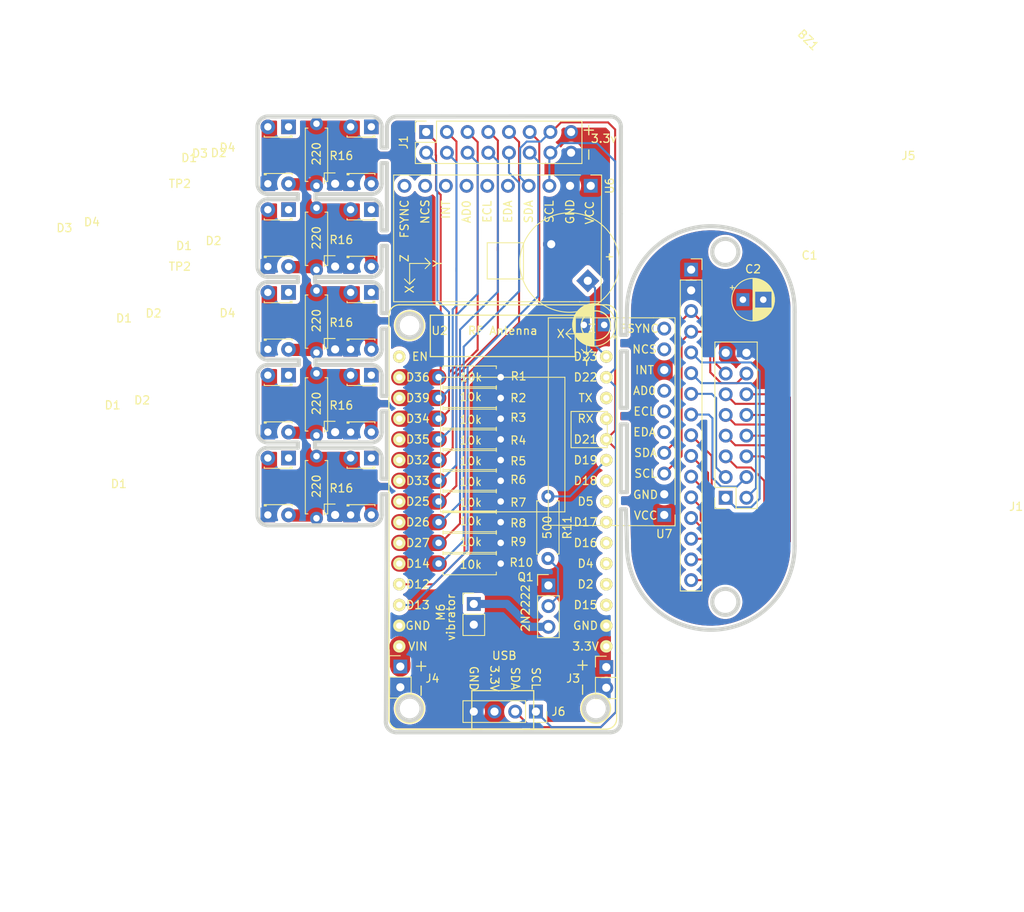
<source format=kicad_pcb>
(kicad_pcb (version 20211014) (generator pcbnew)
  (layers (0 "F.Cu" signal) (31 "B.Cu" signal) (34 "B.Paste" user) (35 "F.Paste" user) (36 "B.SilkS" user "B.Silkscreen") (37 "F.SilkS" user "F.Silkscreen") (38 "B.Mask" user) (39 "F.Mask" user) (44 "Edge.Cuts" user))
  (net 0 "")
  (net 1 "GND")
  (net 2 "+3V3")
  (net 3 "Net-(D21-Pad4)")
  (net 4 "Net-(U2-Pad1)")
  (net 5 "Net-(Q1-Pad2)")
  (net 6 "Net-(D1-Pad2)")
  (net 7 "Net-(BZ1-Pad1)")
  (net 8 "Net-(J1-Pad11)")
  (net 9 "Net-(R11-Pad1)")
  (net 10 "Net-(U2-Pad18)")
  (net 11 "Net-(U2-Pad19)")
  (net 12 "Net-(U2-Pad20)")
  (net 13 "Net-(U2-Pad21)")
  (net 14 "Net-(U2-Pad22)")
  (net 15 "Net-(U2-Pad23)")
  (net 16 "Net-(U2-Pad24)")
  (net 17 "Net-(U2-Pad27)")
  (net 18 "Net-(U2-Pad28)")
  (net 19 "vin")
  (net 20 "Net-(M6-Pad1)")
  (net 21 "Net-(U6-Pad22)")
  (net 22 "Net-(U6-Pad21)")
  (net 23 "Net-(U6-Pad12)")
  (net 24 "Net-(U6-Pad11)")
  (net 25 "Net-(U6-Pad9)")
  (net 26 "Net-(U6-Pad7)")
  (net 27 "SDA")
  (net 28 "SCL")
  (net 29 "s10")
  (net 30 "s9")
  (net 31 "s1")
  (net 32 "s2")
  (net 33 "s3")
  (net 34 "s4")
  (net 35 "s5")
  (net 36 "s6")
  (net 37 "s7")
  (net 38 "s8")
  (net 39 "Net-(U7-Pad21)")
  (net 40 "Net-(U7-Pad7)")
  (net 41 "Net-(U7-Pad9)")
  (net 42 "Net-(U7-Pad22)")
  (net 43 "Net-(U7-Pad11)")
  (footprint "Module:NodeMCU_ESP32" (layer "F.Cu") (at 154.686 127.889)
    (fp_text reference "U2")
    (fp_text value "NodeMCU_ESP_32")
  )
  (footprint "LED_THT:LED_D1.8mm_W3.3mm_H2.4mm" (layer "F.Cu") (at 137.287 98.425 180)
    (fp_text reference "D4")
    (fp_text value "Receptor")
  )
  (footprint "LED_THT:LED_D1.8mm_W3.3mm_H2.4mm" (layer "F.Cu") (at 127.127 98.425 180)
    (fp_text reference "D2")
    (fp_text value "Receptor")
  )
  (footprint "LED_THT:LED_D1.8mm_W3.3mm_H2.4mm" (layer "F.Cu") (at 137.287 88.265 180)
    (fp_text reference "D4")
    (fp_text value "Receptor")
  )
  (footprint "LED_THT:LED_D1.8mm_W3.3mm_H2.4mm" (layer "F.Cu") (at 127.127 88.265 180)
    (fp_text reference "D2")
    (fp_text value "Receptor")
  )
  (footprint "LED_THT:LED_D1.8mm_W3.3mm_H2.4mm" (layer "F.Cu") (at 124.587 105.41)
    (fp_text reference "D1")
    (fp_text value "Emisor")
  )
  (footprint "LED_THT:LED_D1.8mm_W3.3mm_H2.4mm" (layer "F.Cu") (at 134.747 105.41)
    (fp_text reference "D3" hide)
    (fp_text value "Emisor")
  )
  (footprint "Connector_PinHeader_2.54mm:PinHeader_1x01_P2.54mm_Vertical" (layer "F.Cu") (at 132.842 105.41)
    (fp_text reference "TP2" hide)
    (fp_text value " ")
  )
  (footprint "LED_THT:LED_D1.8mm_W3.3mm_H2.4mm" (layer "F.Cu") (at 134.747 95.25)
    (fp_text reference "D3")
    (fp_text value "Emisor")
  )
  (footprint "Connector_PinHeader_2.54mm:PinHeader_1x01_P2.54mm_Vertical" (layer "F.Cu") (at 132.842 95.25)
    (fp_text reference "TP2")
    (fp_text value " ")
  )
  (footprint "Connector_PinHeader_2.54mm:PinHeader_1x02_P2.54mm_Vertical" (layer "F.Cu") (at 166.116 144.399)
    (fp_text reference "J3")
    (fp_text value "Conn_01x02")
  )
  (footprint "Connector_PinHeader_2.54mm:PinHeader_1x02_P2.54mm_Vertical" (layer "F.Cu") (at 140.843 144.3355)
    (fp_text reference "J4")
    (fp_text value "Conn_01x02")
  )
  (footprint "Capacitor_THT:CP_Radial_D5.0mm_P2.50mm" (layer "F.Cu") (at 165.862 102.4128 180)
    (fp_text reference "C1")
    (fp_text value "CP")
  )
  (footprint "LED_THT:LED_D1.8mm_W3.3mm_H2.4mm" (layer "F.Cu") (at 124.587 85.09)
    (fp_text reference "D1")
    (fp_text value "Emisor")
  )
  (footprint "LED_THT:LED_D1.8mm_W3.3mm_H2.4mm" (layer "F.Cu") (at 124.587 95.25)
    (fp_text reference "D1")
    (fp_text value "Emisor")
  )
  (footprint "LED_THT:LED_D1.8mm_W3.3mm_H2.4mm" (layer "F.Cu") (at 134.747 85.09)
    (fp_text reference "D3")
    (fp_text value "Emisor")
  )
  (footprint "LED_THT:LED_D1.8mm_W3.3mm_H2.4mm" (layer "F.Cu") (at 137.287 78.105 180)
    (fp_text reference "D4")
    (fp_text value "Receptor")
  )
  (footprint "Connector_PinHeader_2.54mm:PinHeader_1x01_P2.54mm_Vertical" (layer "F.Cu") (at 132.842 85.09)
    (fp_text reference "TP2")
    (fp_text value " ")
  )
  (footprint "LED_THT:LED_D1.8mm_W3.3mm_H2.4mm" (layer "F.Cu") (at 127.127 78.105 180)
    (fp_text reference "D2")
    (fp_text value "Receptor")
  )
  (footprint "LED_THT:LED_D1.8mm_W3.3mm_H2.4mm" (layer "F.Cu") (at 127.127 108.585 180)
    (fp_text reference "D2")
    (fp_text value "Receptor")
  )
  (footprint "LED_THT:LED_D1.8mm_W3.3mm_H2.4mm" (layer "F.Cu") (at 124.587 115.57)
    (fp_text reference "D1")
    (fp_text value "Emisor")
  )
  (footprint "Connector_PinHeader_2.54mm:PinHeader_1x01_P2.54mm_Vertical" (layer "F.Cu") (at 132.842 115.57)
    (fp_text reference "TP2" hide)
    (fp_text value " ")
  )
  (footprint "LED_THT:LED_D1.8mm_W3.3mm_H2.4mm" (layer "F.Cu") (at 134.747 115.57)
    (fp_text reference "D3" hide)
    (fp_text value "Emisor")
  )
  (footprint "LED_THT:LED_D1.8mm_W3.3mm_H2.4mm" (layer "F.Cu") (at 137.287 108.585 180)
    (fp_text reference "D4" hide)
    (fp_text value "Receptor")
  )
  (footprint "LED_THT:LED_D1.8mm_W3.3mm_H2.4mm" (layer "F.Cu") (at 137.287 118.745 180)
    (fp_text reference "D4" hide)
    (fp_text value "Receptor")
  )
  (footprint "LED_THT:LED_D1.8mm_W3.3mm_H2.4mm" (layer "F.Cu") (at 127.127 118.745 180)
    (fp_text reference "D2" hide)
    (fp_text value "Receptor")
  )
  (footprint "LED_THT:LED_D1.8mm_W3.3mm_H2.4mm" (layer "F.Cu") (at 124.587 125.73)
    (fp_text reference "D1")
    (fp_text value "Emisor")
  )
  (footprint "LED_THT:LED_D1.8mm_W3.3mm_H2.4mm" (layer "F.Cu") (at 134.747 125.73)
    (fp_text reference "D3" hide)
    (fp_text value "Emisor")
  )
  (footprint "Connector_PinHeader_2.54mm:PinHeader_1x01_P2.54mm_Vertical" (layer "F.Cu") (at 132.842 125.73)
    (fp_text reference "TP2" hide)
    (fp_text value " ")
  )
  (footprint "Connector_PinSocket_2.54mm:PinSocket_2x08_P2.54mm_Vertical" (layer "F.Cu") (at 180.7718 123.6218 180)
    (fp_text reference "J1")
    (fp_text value "Conn_02x08_Odd_Even")
  )
  (footprint "Connector_PinSocket_2.54mm:PinSocket_2x08_P2.54mm_Vertical" (layer "F.Cu") (at 144.018 78.74 90)
    (fp_text reference "J1")
    (fp_text value "Conn_02x08_Odd_Even")
  )
  (footprint "Module:MPU-9250" (layer "F.Cu") (at 164.211 85.344 -90)
    (fp_text reference "U6")
    (fp_text value "MPU-9250")
  )
  (footprint "Resistor_THT:R_Axial_DIN0207_L6.3mm_D2.5mm_P7.62mm_Horizontal" (layer "F.Cu") (at 153.162 108.8263 180)
    (fp_text reference "R1")
    (fp_text value "10k")
  )
  (footprint "Resistor_THT:R_Axial_DIN0207_L6.3mm_D2.5mm_P7.62mm_Horizontal" (layer "F.Cu") (at 145.542 111.379)
    (fp_text reference "R2")
    (fp_text value "10k")
  )
  (footprint "Resistor_THT:R_Axial_DIN0207_L6.3mm_D2.5mm_P7.62mm_Horizontal" (layer "F.Cu") (at 145.542 116.459)
    (fp_text reference "R4")
    (fp_text value "10k")
  )
  (footprint "Resistor_THT:R_Axial_DIN0207_L6.3mm_D2.5mm_P7.62mm_Horizontal" (layer "F.Cu") (at 145.542 118.999)
    (fp_text reference "R5")
    (fp_text value "10k")
  )
  (footprint "Resistor_THT:R_Axial_DIN0207_L6.3mm_D2.5mm_P7.62mm_Horizontal" (layer "F.Cu") (at 145.542 121.539)
    (fp_text reference "R6")
    (fp_text value "10k")
  )
  (footprint "Resistor_THT:R_Axial_DIN0207_L6.3mm_D2.5mm_P7.62mm_Horizontal" (layer "F.Cu") (at 145.542 124.079)
    (fp_text reference "R7")
    (fp_text value "10k")
  )
  (footprint "Resistor_THT:R_Axial_DIN0207_L6.3mm_D2.5mm_P7.62mm_Horizontal" (layer "F.Cu") (at 145.542 129.159)
    (fp_text reference "R9")
    (fp_text value "10k")
  )
  (footprint "Resistor_THT:R_Axial_DIN0207_L6.3mm_D2.5mm_P7.62mm_Horizontal" (layer "F.Cu") (at 145.542 131.699)
    (fp_text reference "R10")
    (fp_text value "10k")
  )
  (footprint "Resistor_THT:R_Axial_DIN0207_L6.3mm_D2.5mm_P7.62mm_Horizontal" (layer "F.Cu") (at 158.9532 123.4567 -90)
    (fp_text reference "R11")
    (fp_text value "500")
  )
  (footprint "Resistor_THT:R_Axial_DIN0207_L6.3mm_D2.5mm_P7.62mm_Horizontal" (layer "F.Cu") (at 130.556 77.724 -90)
    (fp_text reference "R16")
    (fp_text value "220")
  )
  (footprint "Resistor_THT:R_Axial_DIN0207_L6.3mm_D2.5mm_P7.62mm_Horizontal" (layer "F.Cu") (at 130.556 118.516 -90)
    (fp_text reference "R16")
    (fp_text value "220")
  )
  (footprint "Buzzer_Beeper:Buzzer_12x9.5RM7.6" (layer "F.Cu") (at 164.298741 97.445941 135)
    (fp_text reference "BZ1")
    (fp_text value "Buzzer")
  )
  (footprint "Connector_PinSocket_2.54mm:PinSocket_1x16_P2.54mm_Vertical" (layer "F.Cu") (at 176.53 95.631)
    (fp_text reference "J5")
    (fp_text value "Conn_01x16_Male")
  )
  (footprint "Capacitor_THT:CP_Radial_D5.0mm_P2.50mm" (layer "F.Cu") (at 182.88 99.314)
    (fp_text reference "C2")
    (fp_text value "CP")
  )
  (footprint "Module:MPU-9250" (layer "F.Cu") (at 173.228 125.73 180)
    (fp_text reference "U7")
    (fp_text value "MPU-9250")
  )
  (footprint "Connector_PinSocket_2.54mm:PinSocket_1x04_P2.54mm_Vertical" (layer "F.Cu") (at 157.48 149.86 -90)
    (fp_text reference "J6")
    (fp_text value "Conn_01x04")
  )
  (footprint "Connector_PinHeader_2.54mm:PinHeader_1x02_P2.54mm_Vertical" (layer "F.Cu") (at 149.86 136.652)
    (fp_text reference "M6")
    (fp_text value "vibrator")
  )
  (footprint "Connector_PinHeader_2.54mm:PinHeader_1x03_P2.54mm_Vertical" (layer "F.Cu") (at 159.0167 134.3787)
    (fp_text reference "Q1")
    (fp_text value "2N2222")
  )
  (footprint "Resistor_THT:R_Axial_DIN0207_L6.3mm_D2.5mm_P7.62mm_Horizontal" (layer "F.Cu") (at 145.542 113.919)
    (fp_text reference "R3")
    (fp_text value "10k")
  )
  (footprint "Resistor_THT:R_Axial_DIN0207_L6.3mm_D2.5mm_P7.62mm_Horizontal" (layer "F.Cu") (at 145.542 126.619)
    (fp_text reference "R8")
    (fp_text value "10k")
  )
  (footprint "Resistor_THT:R_Axial_DIN0207_L6.3mm_D2.5mm_P7.62mm_Horizontal" (layer "F.Cu") (at 130.556 98.196 -90)
    (fp_text reference "R16")
    (fp_text value "220")
  )
  (footprint "Resistor_THT:R_Axial_DIN0207_L6.3mm_D2.5mm_P7.62mm_Horizontal" (layer "F.Cu") (at 130.556 108.356 -90)
    (fp_text reference "R16")
    (fp_text value "220")
  )
  (footprint "Resistor_THT:R_Axial_DIN0207_L6.3mm_D2.5mm_P7.62mm_Horizontal" (layer "F.Cu") (at 130.556 88.036 -90)
    (fp_text reference "R16")
    (fp_text value "220")
  )
  (gr_arc (start 139.192 78.105) (mid 139.563974 77.206974) (end 140.462 76.835) (layer "Edge.Cuts") (width 0.5))
  (gr_line (start 139.192 113.03) (end 139.192 121.285) (layer "Edge.Cuts") (width 0.5))
  (gr_line (start 138.557 102.87) (end 138.557 105.41) (layer "Edge.Cuts") (width 0.5))
  (gr_arc (start 137.287 97.155) (mid 138.185026 97.526974) (end 138.557 98.425) (layer "Edge.Cuts") (width 0.5))
  (gr_line (start 139.192 102.87) (end 138.557 102.87) (layer "Edge.Cuts") (width 0.5))
  (gr_line (start 138.557 100.965) (end 138.557 98.425) (layer "Edge.Cuts") (width 0.5))
  (gr_arc (start 123.317 98.425) (mid 123.688974 97.526974) (end 124.587 97.155) (layer "Edge.Cuts") (width 0.5))
  (gr_arc (start 138.557 105.41) (mid 138.185026 106.308026) (end 137.287 106.68) (layer "Edge.Cuts") (width 0.5))
  (gr_arc (start 124.587 106.68) (mid 123.688974 106.308026) (end 123.317 105.41) (layer "Edge.Cuts") (width 0.5))
  (gr_line (start 123.317 98.425) (end 123.317 105.41) (layer "Edge.Cuts") (width 0.5))
  (gr_line (start 139.192 100.965) (end 138.557 100.965) (layer "Edge.Cuts") (width 0.5))
  (gr_arc (start 124.587 96.52) (mid 123.688974 96.148026) (end 123.317 95.25) (layer "Edge.Cuts") (width 0.5))
  (gr_line (start 123.317 88.265) (end 123.317 95.25) (layer "Edge.Cuts") (width 0.5))
  (gr_arc (start 123.317 88.265) (mid 123.688974 87.366974) (end 124.587 86.995) (layer "Edge.Cuts") (width 0.5))
  (gr_line (start 139.192 90.805) (end 138.557 90.805) (layer "Edge.Cuts") (width 0.5))
  (gr_arc (start 138.557 95.25) (mid 138.185026 96.148026) (end 137.287 96.52) (layer "Edge.Cuts") (width 0.5))
  (gr_line (start 138.557 90.805) (end 138.557 88.265) (layer "Edge.Cuts") (width 0.5))
  (gr_line (start 138.557 92.71) (end 138.557 95.25) (layer "Edge.Cuts") (width 0.5))
  (gr_line (start 139.192 92.71) (end 138.557 92.71) (layer "Edge.Cuts") (width 0.5))
  (gr_arc (start 137.287 86.995) (mid 138.185026 87.366974) (end 138.557 88.265) (layer "Edge.Cuts") (width 0.5))
  (gr_arc (start 140.335 152.4) (mid 139.436974 152.028026) (end 139.065 151.13) (layer "Edge.Cuts") (width 0.5))
  (gr_arc (start 123.317 78.105) (mid 123.688974 77.206974) (end 124.587 76.835) (layer "Edge.Cuts") (width 0.5))
  (gr_line (start 123.317 78.105) (end 123.317 85.09) (layer "Edge.Cuts") (width 0.5))
  (gr_arc (start 124.587 86.36) (mid 123.688974 85.988026) (end 123.317 85.09) (layer "Edge.Cuts") (width 0.5))
  (gr_arc (start 138.557 85.09) (mid 138.185026 85.988026) (end 137.287 86.36) (layer "Edge.Cuts") (width 0.5))
  (gr_arc (start 137.287 76.835) (mid 138.185026 77.206974) (end 138.557 78.105) (layer "Edge.Cuts") (width 0.5))
  (gr_line (start 139.192 80.645) (end 138.557 80.645) (layer "Edge.Cuts") (width 0.5))
  (gr_line (start 138.557 80.645) (end 138.557 78.105) (layer "Edge.Cuts") (width 0.5))
  (gr_line (start 137.287 76.835) (end 124.587 76.835) (layer "Edge.Cuts") (width 0.5))
  (gr_line (start 138.557 82.55) (end 138.557 85.09) (layer "Edge.Cuts") (width 0.5))
  (gr_line (start 139.192 82.55) (end 138.557 82.55) (layer "Edge.Cuts") (width 0.5))
  (gr_arc (start 137.287 107.315) (mid 138.185026 107.686974) (end 138.557 108.585) (layer "Edge.Cuts") (width 0.5))
  (gr_line (start 139.192 113.03) (end 138.557 113.03) (layer "Edge.Cuts") (width 0.5))
  (gr_line (start 138.557 113.03) (end 138.557 115.57) (layer "Edge.Cuts") (width 0.5))
  (gr_line (start 138.557 111.125) (end 138.557 108.585) (layer "Edge.Cuts") (width 0.5))
  (gr_arc (start 138.557 115.57) (mid 138.185026 116.468026) (end 137.287 116.84) (layer "Edge.Cuts") (width 0.5))
  (gr_line (start 139.192 111.125) (end 138.557 111.125) (layer "Edge.Cuts") (width 0.5))
  (gr_arc (start 123.317 108.585) (mid 123.688974 107.686974) (end 124.587 107.315) (layer "Edge.Cuts") (width 0.5))
  (gr_line (start 123.317 108.585) (end 123.317 115.57) (layer "Edge.Cuts") (width 0.5))
  (gr_arc (start 124.587 116.84) (mid 123.688974 116.468026) (end 123.317 115.57) (layer "Edge.Cuts") (width 0.5))
  (gr_line (start 124.587 116.84) (end 128.27 116.84) (layer "Edge.Cuts") (width 0.5))
  (gr_line (start 139.192 121.285) (end 138.557 121.285) (layer "Edge.Cuts") (width 0.5))
  (gr_line (start 123.317 118.745) (end 123.317 125.73) (layer "Edge.Cuts") (width 0.5))
  (gr_arc (start 124.587 127) (mid 123.688974 126.628026) (end 123.317 125.73) (layer "Edge.Cuts") (width 0.5))
  (gr_line (start 124.587 127) (end 137.287 127) (layer "Edge.Cuts") (width 0.5))
  (gr_arc (start 138.557 125.73) (mid 138.185026 126.628026) (end 137.287 127) (layer "Edge.Cuts") (width 0.5))
  (gr_arc (start 123.317 118.745) (mid 123.688974 117.846974) (end 124.587 117.475) (layer "Edge.Cuts") (width 0.5))
  (gr_line (start 138.557 121.285) (end 138.557 118.745) (layer "Edge.Cuts") (width 0.5))
  (gr_line (start 128.27 117.475) (end 124.587 117.475) (layer "Edge.Cuts") (width 0.5))
  (gr_line (start 139.192 123.19) (end 138.557 123.19) (layer "Edge.Cuts") (width 0.5))
  (gr_arc (start 137.287 117.475) (mid 138.185026 117.846974) (end 138.557 118.745) (layer "Edge.Cuts") (width 0.5))
  (gr_line (start 138.557 123.19) (end 138.557 125.73) (layer "Edge.Cuts") (width 0.5))
  (gr_line (start 128.27 117.475) (end 128.27 116.84) (layer "Edge.Cuts") (width 0.5))
  (gr_line (start 130.3655 117.475) (end 130.3655 116.84) (layer "Edge.Cuts") (width 0.5))
  (gr_line (start 130.429 86.995) (end 130.429 86.36) (layer "Edge.Cuts") (width 0.5))
  (gr_line (start 137.16 86.995) (end 130.429 86.995) (layer "Edge.Cuts") (width 0.5))
  (gr_line (start 137.287 86.36) (end 130.429 86.36) (layer "Edge.Cuts") (width 0.5))
  (gr_line (start 128.27 86.995) (end 128.27 86.36) (layer "Edge.Cuts") (width 0.5))
  (gr_line (start 128.27 86.995) (end 124.587 86.995) (layer "Edge.Cuts") (width 0.5))
  (gr_line (start 124.587 86.36) (end 128.27 86.36) (layer "Edge.Cuts") (width 0.5))
  (gr_line (start 140.335 152.4) (end 166.624 152.4) (layer "Edge.Cuts") (width 0.5))
  (gr_line (start 139.192 123.19) (end 139.065 151.13) (layer "Edge.Cuts") (width 0.5))
  (gr_line (start 167.894 88.76284) (end 167.894 103.632) (layer "Edge.Cuts") (width 0.5))
  (gr_line (start 168.6052 103.632) (end 167.894 103.632) (layer "Edge.Cuts") (width 0.5))
  (gr_line (start 167.9067 125.0315) (end 167.9067 142.6972) (layer "Edge.Cuts") (width 0.5))
  (gr_line (start 168.656 105.664) (end 167.894 105.664) (layer "Edge.Cuts") (width 0.5))
  (gr_circle (center 141.986 102.489) (end 143.4465 102.489) (layer "Edge.Cuts") (width 0.5) (fill none))
  (gr_circle (center 180.721 93.45) (end 182.321 93.45) (layer "Edge.Cuts") (width 0.5) (fill none))
  (gr_line (start 168.6052 103.632) (end 168.656 100.457) (layer "Edge.Cuts") (width 0.5))
  (gr_circle (center 180.721 136.398) (end 182.321 136.398) (layer "Edge.Cuts") (width 0.5) (fill none))
  (gr_line (start 167.894 88.773) (end 167.9067 78.0923) (layer "Edge.Cuts") (width 0.5))
  (gr_arc (start 189.233135 129.540001) (mid 178.815989 139.829351) (end 168.656 129.285999) (layer "Edge.Cuts") (width 0.5))
  (gr_line (start 168.656 112.5855) (end 167.894 112.5855) (layer "Edge.Cuts") (width 0.5))
  (gr_line (start 168.656 114.6175) (end 168.656 122.936) (layer "Edge.Cuts") (width 0.5))
  (gr_line (start 167.894 122.936) (end 167.894 114.6175) (layer "Edge.Cuts") (width 0.5))
  (gr_line (start 128.27 97.155) (end 124.587 97.155) (layer "Edge.Cuts") (width 0.5))
  (gr_line (start 189.23 100.838) (end 189.233135 129.540001) (layer "Edge.Cuts") (width 0.5))
  (gr_line (start 139.192 82.55) (end 139.192 90.805) (layer "Edge.Cuts") (width 0.5))
  (gr_line (start 137.287 116.84) (end 130.3655 116.84) (layer "Edge.Cuts") (width 0.5))
  (gr_line (start 139.192 92.71) (end 139.192 100.965) (layer "Edge.Cuts") (width 0.5))
  (gr_line (start 137.287 107.315) (end 130.429 107.315) (layer "Edge.Cuts") (width 0.5))
  (gr_line (start 124.587 96.52) (end 128.27 96.52) (layer "Edge.Cuts") (width 0.5))
  (gr_line (start 137.16 97.155) (end 130.3655 97.155) (layer "Edge.Cuts") (width 0.5))
  (gr_line (start 130.3655 97.155) (end 130.3655 96.52) (layer "Edge.Cuts") (width 0.5))
  (gr_line (start 137.16 117.475) (end 130.3655 117.475) (layer "Edge.Cuts") (width 0.5))
  (gr_line (start 139.192 102.87) (end 139.192 111.125) (layer "Edge.Cuts") (width 0.5))
  (gr_line (start 167.9067 151.0792) (end 167.9067 142.6972) (layer "Edge.Cuts") (width 0.5))
  (gr_line (start 137.287 96.52) (end 130.3655 96.52) (layer "Edge.Cuts") (width 0.5))
  (gr_arc (start 168.652865 100.584) (mid 179.07001 90.294649) (end 189.23 100.838) (layer "Edge.Cuts") (width 0.5))
  (gr_line (start 128.397 107.315) (end 124.587 107.315) (layer "Edge.Cuts") (width 0.5))
  (gr_circle (center 164.846 149.479) (end 166.3065 149.479) (layer "Edge.Cuts") (width 0.5) (fill none))
  (gr_line (start 137.414 106.68) (end 130.429 106.68) (layer "Edge.Cuts") (width 0.5))
  (gr_line (start 168.656 105.664) (end 168.656 112.5855) (layer "Edge.Cuts") (width 0.5))
  (gr_line (start 124.587 106.68) (end 128.397 106.68) (layer "Edge.Cuts") (width 0.5))
  (gr_line (start 166.6494 76.8223) (end 140.462 76.835) (layer "Edge.Cuts") (width 0.5))
  (gr_line (start 139.192 78.105) (end 139.192 80.645) (layer "Edge.Cuts") (width 0.5))
  (gr_line (start 128.27 97.155) (end 128.27 96.52) (layer "Edge.Cuts") (width 0.5))
  (gr_line (start 130.429 107.315) (end 130.429 106.68) (layer "Edge.Cuts") (width 0.5))
  (gr_arc (start 167.894 151.13) (mid 167.522026 152.028026) (end 166.624 152.4) (layer "Edge.Cuts") (width 0.5))
  (gr_line (start 168.656 114.6175) (end 167.894 114.6175) (layer "Edge.Cuts") (width 0.5))
  (gr_line (start 168.529 125.0315) (end 168.656 129.285999) (layer "Edge.Cuts") (width 0.5))
  (gr_line (start 168.529 125.0315) (end 167.894 125.0315) (layer "Edge.Cuts") (width 0.5))
  (gr_circle (center 141.986 149.479) (end 143.4465 149.479) (layer "Edge.Cuts") (width 0.5) (fill none))
  (gr_line (start 168.656 122.936) (end 167.894 122.936) (layer "Edge.Cuts") (width 0.5))
  (gr_line (start 128.397 107.315) (end 128.397 106.68) (layer "Edge.Cuts") (width 0.5))
  (gr_line (start 167.9067 105.664) (end 167.894 112.5855) (layer "Edge.Cuts") (width 0.5))
  (gr_arc (start 166.6367 76.8223) (mid 167.534726 77.194274) (end 167.9067 78.0923) (layer "Edge.Cuts") (width 0.5))
  (gr_text "+ -\n" (at 163.322 145.669 270) (layer "F.SilkS") (effects (font (size 1.5 1.5))))
  (gr_text "+ -\n" (at 143.51 145.796 270) (layer "F.SilkS") (effects (font (size 1.5 1.5))))
  (gr_text "SCL" (at 157.48 145.796 270) (layer "F.SilkS") (effects (font (size 1 1))))
  (gr_text "3.3V" (at 152.4 145.796 270) (layer "F.SilkS") (effects (font (size 1 1))))
  (gr_text "3.3v\n" (at 165.8112 79.5528) (layer "F.SilkS") (effects (font (size 1 1))))
  (gr_text "+ -\n" (at 164.084 80.01 270) (layer "F.SilkS") (effects (font (size 1.5 1.5))))
  (gr_text "GND" (at 149.86 145.796 270) (layer "F.SilkS") (effects (font (size 1 1))))
  (gr_text "SDA" (at 154.94 145.796 270) (layer "F.SilkS") (effects (font (size 1 1))))
  (segment (start 183.3118 110.9218) (end 188.2648 110.9218) (width 0.25) (layer "F.Cu") (net 3))
  (segment (start 188.2648 110.9218) (end 188.65499 111.31199) (width 0.25) (layer "F.Cu") (net 3))
  (segment (start 183.896 133.731) (end 176.53 133.731) (width 0.25) (layer "F.Cu") (net 3))
  (segment (start 188.65499 111.31199) (end 188.65499 128.97201) (width 0.25) (layer "F.Cu") (net 3))
  (segment (start 188.65499 128.97201) (end 183.896 133.731) (width 0.25) (layer "F.Cu") (net 3))
  (segment (start 142.367 136.779) (end 149.098 130.048) (width 0.25) (layer "B.Cu") (net 3))
  (segment (start 157.766001 98.900999) (end 157.0355 99.6315) (width 0.25) (layer "B.Cu") (net 3))
  (segment (start 157.766001 82.328001) (end 157.766001 98.900999) (width 0.25) (layer "B.Cu") (net 3))
  (segment (start 157.7721 98.8949) (end 157.0355 99.6315) (width 0.25) (layer "B.Cu") (net 3))
  (segment (start 157.0355 99.6315) (end 149.098 107.569) (width 0.25) (layer "B.Cu") (net 3))
  (segment (start 149.098 130.048) (end 149.098 107.569) (width 0.25) (layer "B.Cu") (net 3))
  (segment (start 140.716 136.779) (end 142.367 136.779) (width 0.25) (layer "B.Cu") (net 3))
  (segment (start 156.718 81.28) (end 157.766001 82.328001) (width 0.25) (layer "B.Cu") (net 3))
  (segment (start 160.191701 132.315201) (end 158.9532 131.0767) (width 0.25) (layer "B.Cu") (net 5))
  (segment (start 159.0167 136.9187) (end 160.191701 135.743699) (width 0.25) (layer "B.Cu") (net 5))
  (segment (start 160.191701 135.743699) (end 160.191701 132.315201) (width 0.25) (layer "B.Cu") (net 5))
  (segment (start 136.709791 93.399999) (end 131.281999 93.399999) (width 1.5) (layer "F.Cu") (net 6))
  (segment (start 127.32399 95.31999) (end 130.556 95.31999) (width 1.5) (layer "F.Cu") (net 6))
  (segment (start 130.556 94.125998) (end 130.556 95.31999) (width 1.5) (layer "F.Cu") (net 6))
  (segment (start 131.281999 93.399999) (end 130.556 94.125998) (width 1.5) (layer "F.Cu") (net 6))
  (segment (start 137.287 95.25) (end 137.287 93.977208) (width 1.5) (layer "F.Cu") (net 6))
  (segment (start 137.287 93.977208) (end 136.709791 93.399999) (width 1.5) (layer "F.Cu") (net 6))
  (segment (start 127.32399 105.47999) (end 130.556 105.47999) (width 1.5) (layer "F.Cu") (net 6))
  (segment (start 136.709791 103.559999) (end 131.281999 103.559999) (width 1.5) (layer "F.Cu") (net 6))
  (segment (start 127.32399 85.15999) (end 130.556 85.15999) (width 1.5) (layer "F.Cu") (net 6))
  (segment (start 131.281999 103.559999) (end 130.556 104.285998) (width 1.5) (layer "F.Cu") (net 6))
  (segment (start 127.32399 115.63999) (end 130.556 115.63999) (width 1.5) (layer "F.Cu") (net 6))
  (segment (start 136.709791 83.239999) (end 131.281999 83.239999) (width 1.5) (layer "F.Cu") (net 6))
  (segment (start 130.556 104.285998) (end 130.556 105.47999) (width 1.5) (layer "F.Cu") (net 6))
  (segment (start 137.287 124.457208) (end 136.709791 123.879999) (width 1.5) (layer "F.Cu") (net 6))
  (segment (start 127.254 85.09) (end 127.32399 85.15999) (width 1.5) (layer "F.Cu") (net 6))
  (segment (start 136.709791 123.879999) (end 131.281999 123.879999) (width 1.5) (layer "F.Cu") (net 6))
  (segment (start 131.281999 83.239999) (end 130.556 83.965998) (width 1.5) (layer "F.Cu") (net 6))
  (segment (start 136.709791 113.719999) (end 131.281999 113.719999) (width 1.5) (layer "F.Cu") (net 6))
  (segment (start 127.127 85.09) (end 127.254 85.09) (width 1.5) (layer "F.Cu") (net 6))
  (segment (start 137.287 105.41) (end 137.287 104.137208) (width 1.5) (layer "F.Cu") (net 6))
  (segment (start 130.556 124.605998) (end 130.556 125.79999) (width 1.5) (layer "F.Cu") (net 6))
  (segment (start 137.287 114.297208) (end 136.709791 113.719999) (width 1.5) (layer "F.Cu") (net 6))
  (segment (start 137.287 115.57) (end 137.287 114.297208) (width 1.5) (layer "F.Cu") (net 6))
  (segment (start 131.281999 113.719999) (end 130.556 114.445998) (width 1.5) (layer "F.Cu") (net 6))
  (segment (start 130.556 114.445998) (end 130.556 115.63999) (width 1.5) (layer "F.Cu") (net 6))
  (segment (start 131.281999 123.879999) (end 130.556 124.605998) (width 1.5) (layer "F.Cu") (net 6))
  (segment (start 127.32399 125.79999) (end 130.556 125.79999) (width 1.5) (layer "F.Cu") (net 6))
  (segment (start 137.287 125.73) (end 137.287 124.457208) (width 1.5) (layer "F.Cu") (net 6))
  (segment (start 130.556 83.965998) (end 130.556 85.15999) (width 1.5) (layer "F.Cu") (net 6))
  (segment (start 137.287 104.137208) (end 136.709791 103.559999) (width 1.5) (layer "F.Cu") (net 6))
  (segment (start 137.287 85.09) (end 137.287 83.817208) (width 1.5) (layer "F.Cu") (net 6))
  (segment (start 137.287 83.817208) (end 136.709791 83.239999) (width 1.5) (layer "F.Cu") (net 6))
  (segment (start 164.487001 97.606573) (end 165.006587 97.086987) (width 0.25) (layer "F.Cu") (net 7))
  (segment (start 164.736999 104.919999) (end 164.736999 97.884199) (width 0.25) (layer "B.Cu") (net 7))
  (segment (start 164.736999 97.884199) (end 163.849728 96.996928) (width 0.25) (layer "B.Cu") (net 7))
  (segment (start 166.116 106.299) (end 164.736999 104.919999) (width 0.25) (layer "B.Cu") (net 7))
  (segment (start 157.893001 95.561401) (end 157.893001 79.915001) (width 0.25) (layer "F.Cu") (net 8))
  (segment (start 148.717 109.480998) (end 157.893001 100.304997) (width 0.25) (layer "F.Cu") (net 8))
  (segment (start 176.53 131.191) (end 185.79959 131.191) (width 0.25) (layer "F.Cu") (net 8))
  (segment (start 187.915801 112.096801) (end 181.946801 112.096801) (width 0.25) (layer "F.Cu") (net 8))
  (segment (start 140.716 134.239) (end 144.921002 134.239) (width 0.25) (layer "F.Cu") (net 8))
  (segment (start 157.893001 92.869001) (end 157.893001 95.561401) (width 0.25) (layer "F.Cu") (net 8))
  (segment (start 144.921002 134.239) (end 148.717 130.443002) (width 0.25) (layer "F.Cu") (net 8))
  (segment (start 188.20498 128.78561) (end 188.20498 112.38598) (width 0.25) (layer "F.Cu") (net 8))
  (segment (start 157.893001 79.915001) (end 156.718 78.74) (width 0.25) (layer "F.Cu") (net 8))
  (segment (start 181.946801 112.096801) (end 180.7718 110.9218) (width 0.25) (layer "F.Cu") (net 8))
  (segment (start 148.717 130.443002) (end 148.717 109.480998) (width 0.25) (layer "F.Cu") (net 8))
  (segment (start 185.79959 131.191) (end 188.20498 128.78561) (width 0.25) (layer "F.Cu") (net 8))
  (segment (start 157.893001 100.304997) (end 157.893001 95.561401) (width 0.25) (layer "F.Cu") (net 8))
  (segment (start 188.20498 112.38598) (end 187.915801 112.096801) (width 0.25) (layer "F.Cu") (net 8))
  (segment (start 161.6583 123.4567) (end 166.116 118.999) (width 0.25) (layer "B.Cu") (net 9))
  (segment (start 158.9532 123.4567) (end 161.6583 123.4567) (width 0.25) (layer "B.Cu") (net 9))
  (segment (start 140.843 141.986) (end 140.76501 141.90801) (width 2.5) (layer "F.Cu") (net 19))
  (segment (start 140.843 144.0815) (end 140.797274 144.035773) (width 2.5) (layer "F.Cu") (net 19))
  (segment (start 140.76501 141.90801) (end 140.76501 141.859) (width 2.5) (layer "F.Cu") (net 19))
  (segment (start 140.797274 144.035773) (end 140.807167 141.859414) (width 2.5) (layer "F.Cu") (net 19))
  (segment (start 140.843 144.3355) (end 140.843 144.0815) (width 2.5) (layer "F.Cu") (net 19))
  (segment (start 156.7307 139.4587) (end 153.924 136.652) (width 1) (layer "B.Cu") (net 20))
  (segment (start 149.86 136.652) (end 153.924 136.652) (width 1) (layer "B.Cu") (net 20))
  (segment (start 159.0167 139.4587) (end 156.7307 139.4587) (width 1) (layer "B.Cu") (net 20))
  (segment (start 166.116 116.459) (end 167.203001 115.371999) (width 0.25) (layer "F.Cu") (net 27))
  (segment (start 174.90499 102.33601) (end 176.53 100.711) (width 0.25) (layer "F.Cu") (net 27))
  (segment (start 166.337999 77.564999) (end 160.560001 77.564999) (width 0.25) (layer "F.Cu") (net 27))
  (segment (start 179.324 103.505) (end 176.53 100.711) (width 0.25) (layer "F.Cu") (net 27))
  (segment (start 166.116 116.459) (end 167.31899 117.66199) (width 0.25) (layer "F.Cu") (net 27))
  (segment (start 167.203001 115.371999) (end 167.203001 78.430001) (width 0.25) (layer "F.Cu") (net 27))
  (segment (start 180.7718 108.3818) (end 179.324 106.934) (width 0.25) (layer "F.Cu") (net 27))
  (segment (start 174.90499 116.43301) (end 174.90499 102.33601) (width 0.25) (layer "F.Cu") (net 27))
  (segment (start 179.324 106.934) (end 179.324 103.505) (width 0.25) (layer "F.Cu") (net 27))
  (segment (start 156.845 151.765) (end 154.94 149.86) (width 0.25) (layer "F.Cu") (net 27))
  (segment (start 167.31899 117.66199) (end 167.31899 149.895682) (width 0.25) (layer "F.Cu") (net 27))
  (segment (start 165.449672 151.765) (end 156.845 151.765) (width 0.25) (layer "F.Cu") (net 27))
  (segment (start 160.560001 77.564999) (end 159.385 78.74) (width 0.25) (layer "F.Cu") (net 27))
  (segment (start 173.228 118.11) (end 174.90499 116.43301) (width 0.25) (layer "F.Cu") (net 27))
  (segment (start 167.203001 78.430001) (end 166.337999 77.564999) (width 0.25) (layer "F.Cu") (net 27))
  (segment (start 167.31899 149.895682) (end 165.449672 151.765) (width 0.25) (layer "F.Cu") (net 27))
  (segment (start 155.542999 80.715999) (end 156.343997 79.915001) (width 0.25) (layer "B.Cu") (net 27))
  (segment (start 155.542999 84.295999) (end 155.542999 80.715999) (width 0.25) (layer "B.Cu") (net 27))
  (segment (start 156.591 85.344) (end 155.542999 84.295999) (width 0.25) (layer "B.Cu") (net 27))
  (segment (start 156.343997 79.915001) (end 158.082999 79.915001) (width 0.25) (layer "B.Cu") (net 27))
  (segment (start 158.082999 79.915001) (end 159.258 78.74) (width 0.25) (layer "B.Cu") (net 27))
  (segment (start 176.53 103.251) (end 175.354999 104.426001) (width 0.25) (layer "F.Cu") (net 28))
  (segment (start 178.87399 108.00799) (end 178.87399 104.07099) (width 0.25) (layer "F.Cu") (net 28))
  (segment (start 183.3118 108.3818) (end 182.136799 109.556801) (width 0.25) (layer "F.Cu") (net 28))
  (segment (start 180.207799 109.556801) (end 178.87399 108.222992) (width 0.25) (layer "F.Cu") (net 28))
  (segment (start 178.054 103.251) (end 176.53 103.251) (width 0.25) (layer "F.Cu") (net 28))
  (segment (start 175.354999 104.426001) (end 175.354999 118.523001) (width 0.25) (layer "F.Cu") (net 28))
  (segment (start 175.354999 118.523001) (end 173.228 120.65) (width 0.25) (layer "F.Cu") (net 28))
  (segment (start 182.136799 109.556801) (end 180.207799 109.556801) (width 0.25) (layer "F.Cu") (net 28))
  (segment (start 178.87399 104.07099) (end 178.054 103.251) (width 0.25) (layer "F.Cu") (net 28))
  (segment (start 178.87399 108.222992) (end 178.87399 108.00799) (width 0.25) (layer "F.Cu") (net 28))
  (segment (start 159.385 81.28) (end 160.560001 80.104999) (width 0.25) (layer "B.Cu") (net 28))
  (segment (start 159.385 151.765) (end 157.48 149.86) (width 0.25) (layer "B.Cu") (net 28))
  (segment (start 167.291001 149.923671) (end 165.449672 151.765) (width 0.25) (layer "B.Cu") (net 28))
  (segment (start 166.116 108.839) (end 167.203001 107.751999) (width 0.25) (layer "B.Cu") (net 28))
  (segment (start 167.291001 110.014001) (end 167.291001 149.923671) (width 0.25) (layer "B.Cu") (net 28))
  (segment (start 167.203001 82.338361) (end 164.969639 80.104999) (width 0.25) (layer "B.Cu") (net 28))
  (segment (start 159.131 85.344) (end 159.131 81.407) (width 0.25) (layer "B.Cu") (net 28))
  (segment (start 166.116 108.839) (end 167.291001 110.014001) (width 0.25) (layer "B.Cu") (net 28))
  (segment (start 167.203001 107.751999) (end 167.203001 82.338361) (width 0.25) (layer "B.Cu") (net 28))
  (segment (start 165.449672 151.765) (end 159.385 151.765) (width 0.25) (layer "B.Cu") (net 28))
  (segment (start 160.560001 80.104999) (end 164.969639 80.104999) (width 0.25) (layer "B.Cu") (net 28))
  (segment (start 159.131 81.407) (end 159.258 81.28) (width 0.25) (layer "B.Cu") (net 28))
  (segment (start 186.563 128.651) (end 187.75497 127.45903) (width 0.25) (layer "F.Cu") (net 29))
  (segment (start 176.53 128.651) (end 186.563 128.651) (width 0.25) (layer "F.Cu") (net 29))
  (segment (start 187.75497 113.792) (end 187.42477 113.4618) (width 0.25) (layer "F.Cu") (net 29))
  (segment (start 187.42477 113.4618) (end 183.3118 113.4618) (width 0.25) (layer "F.Cu") (net 29))
  (segment (start 187.75497 127.45903) (end 187.75497 113.792) (width 0.25) (layer "F.Cu") (net 29))
  (segment (start 140.716 131.699) (end 145.542 131.699) (width 2) (layer "F.Cu") (net 29))
  (segment (start 154.178 83.731998) (end 155.415999 84.969997) (width 0.25) (layer "B.Cu") (net 29))
  (segment (start 154.539501 99.167501) (end 148.621041 105.085961) (width 0.25) (layer "B.Cu") (net 29))
  (segment (start 148.621041 128.873959) (end 145.796 131.699) (width 0.25) (layer "B.Cu") (net 29))
  (segment (start 154.178 81.28) (end 154.178 83.731998) (width 0.25) (layer "B.Cu") (net 29))
  (segment (start 155.047501 98.659501) (end 154.539501 99.167501) (width 0.25) (layer "B.Cu") (net 29))
  (segment (start 148.621041 105.085961) (end 148.621041 128.873959) (width 0.25) (layer "B.Cu") (net 29))
  (segment (start 155.353001 98.354001) (end 155.047501 98.659501) (width 0.25) (layer "B.Cu") (net 29))
  (segment (start 155.415999 84.969997) (end 155.415999 98.291003) (width 0.25) (layer "B.Cu") (net 29))
  (segment (start 155.415999 98.291003) (end 155.047501 98.659501) (width 0.25) (layer "B.Cu") (net 29))
  (segment (start 187.30496 127.27263) (end 186.3766 128.20099) (width 0.25) (layer "F.Cu") (net 30))
  (segment (start 148.171031 126.783969) (end 148.171031 109.372531) (width 0.25) (layer "F.Cu") (net 30))
  (segment (start 178.74699 128.20099) (end 176.657 126.111) (width 0.25) (layer "F.Cu") (net 30))
  (segment (start 180.7718 113.4618) (end 181.946801 114.636801) (width 0.25) (layer "F.Cu") (net 30))
  (segment (start 148.171031 109.372531) (end 148.189057 109.372531) (width 0.25) (layer "F.Cu") (net 30))
  (segment (start 145.542 129.159) (end 140.716 129.159) (width 2) (layer "F.Cu") (net 30))
  (segment (start 186.899801 114.636801) (end 187.30496 115.04196) (width 0.25) (layer "F.Cu") (net 30))
  (segment (start 145.796 129.159) (end 148.171031 126.783969) (width 0.25) (layer "F.Cu") (net 30))
  (segment (start 186.3766 128.20099) (end 178.74699 128.20099) (width 0.25) (layer "F.Cu") (net 30))
  (segment (start 155.415999 79.977999) (end 154.178 78.74) (width 0.25) (layer "F.Cu") (net 30))
  (segment (start 187.30496 115.04196) (end 187.30496 127.27263) (width 0.25) (layer "F.Cu") (net 30))
  (segment (start 181.946801 114.636801) (end 186.899801 114.636801) (width 0.25) (layer "F.Cu") (net 30))
  (segment (start 176.657 126.111) (end 176.53 126.111) (width 0.25) (layer "F.Cu") (net 30))
  (segment (start 155.415999 102.145589) (end 155.415999 79.977999) (width 0.25) (layer "F.Cu") (net 30))
  (segment (start 148.189057 109.372531) (end 155.415999 102.145589) (width 0.25) (layer "F.Cu") (net 30))
  (segment (start 145.2245 85.876502) (end 145.2245 81.5975) (width 0.25) (layer "F.Cu") (net 31))
  (segment (start 145.2245 81.5975) (end 145.193001 81.566001) (width 0.25) (layer "F.Cu") (net 31))
  (segment (start 145.796 108.839) (end 145.796 86.448002) (width 0.25) (layer "F.Cu") (net 31))
  (segment (start 145.796 86.448002) (end 145.2245 85.876502) (width 0.25) (layer "F.Cu") (net 31))
  (segment (start 140.716 108.839) (end 145.495991 108.839) (width 2) (layer "F.Cu") (net 31))
  (segment (start 145.193001 81.566001) (end 145.193001 79.915001) (width 0.25) (layer "F.Cu") (net 31))
  (segment (start 145.193001 79.915001) (end 144.018 78.74) (width 0.25) (layer "F.Cu") (net 31))
  (segment (start 183.875801 107.016801) (end 177.755801 107.016801) (width 0.25) (layer "B.Cu") (net 31))
  (segment (start 184.936811 108.077811) (end 183.875801 107.016801) (width 0.25) (layer "B.Cu") (net 31))
  (segment (start 180.7718 123.6218) (end 181.946801 124.796801) (width 0.25) (layer "B.Cu") (net 31))
  (segment (start 181.946801 124.796801) (end 183.875801 124.796801) (width 0.25) (layer "B.Cu") (net 31))
  (segment (start 177.755801 107.016801) (end 176.53 105.791) (width 0.25) (layer "B.Cu") (net 31))
  (segment (start 183.875801 124.796801) (end 184.936811 123.735791) (width 0.25) (layer "B.Cu") (net 31))
  (segment (start 184.936811 123.735791) (end 184.936811 108.077811) (width 0.25) (layer "B.Cu") (net 31))
  (segment (start 140.716 111.379) (end 145.495991 111.379) (width 2) (layer "F.Cu") (net 32))
  (segment (start 176.53 109.055412) (end 176.53 108.331) (width 0.25) (layer "F.Cu") (net 32))
  (segment (start 184.486801 122.446799) (end 184.486801 110.167801) (width 0.25) (layer "B.Cu") (net 32))
  (segment (start 183.3118 123.6218) (end 184.486801 122.446799) (width 0.25) (layer "B.Cu") (net 32))
  (segment (start 145.382999 86.035001) (end 145.255999 85.908001) (width 0.25) (layer "B.Cu") (net 32))
  (segment (start 183.875801 109.556801) (end 177.755801 109.556801) (width 0.25) (layer "B.Cu") (net 32))
  (segment (start 145.255999 82.517999) (end 144.018 81.28) (width 0.25) (layer "B.Cu") (net 32))
  (segment (start 146.821001 110.353999) (end 146.821001 100.847001) (width 0.25) (layer "B.Cu") (net 32))
  (segment (start 145.255999 85.908001) (end 145.255999 82.517999) (width 0.25) (layer "B.Cu") (net 32))
  (segment (start 145.382999 99.408999) (end 145.382999 86.035001) (width 0.25) (layer "B.Cu") (net 32))
  (segment (start 184.486801 110.167801) (end 183.875801 109.556801) (width 0.25) (layer "B.Cu") (net 32))
  (segment (start 145.796 111.379) (end 146.821001 110.353999) (width 0.25) (layer "B.Cu") (net 32))
  (segment (start 177.755801 109.556801) (end 176.53 108.331) (width 0.25) (layer "B.Cu") (net 32))
  (segment (start 146.821001 100.847001) (end 145.382999 99.408999) (width 0.25) (layer "B.Cu") (net 32))
  (segment (start 146.821001 108.259001) (end 147.733001 107.347001) (width 0.25) (layer "F.Cu") (net 33))
  (segment (start 145.542 113.919) (end 140.716 113.919) (width 2) (layer "F.Cu") (net 33))
  (segment (start 147.733001 107.347001) (end 147.733001 82.835499) (width 0.25) (layer "F.Cu") (net 33))
  (segment (start 147.733001 82.835499) (end 147.733001 82.035399) (width 0.25) (layer "F.Cu") (net 33))
  (segment (start 146.558 78.74) (end 147.733001 79.915001) (width 0.25) (layer "F.Cu") (net 33))
  (segment (start 147.733001 79.915001) (end 147.733001 82.835499) (width 0.25) (layer "F.Cu") (net 33))
  (segment (start 146.821001 112.893999) (end 146.821001 108.259001) (width 0.25) (layer "F.Cu") (net 33))
  (segment (start 145.796 113.919) (end 146.821001 112.893999) (width 0.25) (layer "F.Cu") (net 33))
  (segment (start 179.596799 111.397799) (end 179.07 110.871) (width 0.25) (layer "B.Cu") (net 33))
  (segment (start 179.07 110.871) (end 176.53 110.871) (width 0.25) (layer "B.Cu") (net 33))
  (segment (start 180.7718 121.0818) (end 179.596799 119.906799) (width 0.25) (layer "B.Cu") (net 33))
  (segment (start 179.596799 119.906799) (end 179.596799 111.397799) (width 0.25) (layer "B.Cu") (net 33))
  (segment (start 145.542 116.459) (end 140.716 116.459) (width 2) (layer "F.Cu") (net 34))
  (segment (start 145.923 81.407) (end 146.05 81.28) (width 0.25) (layer "F.Cu") (net 34))
  (segment (start 147.733001 95.409001) (end 147.733001 95.852999) (width 0.25) (layer "B.Cu") (net 34))
  (segment (start 147.733001 100.043999) (end 147.271011 100.505989) (width 0.25) (layer "B.Cu") (net 34))
  (segment (start 183.3118 121.0818) (end 182.136799 122.256801) (width 0.25) (layer "B.Cu") (net 34))
  (segment (start 179.146789 113.868789) (end 178.689 113.411) (width 0.25) (layer "B.Cu") (net 34))
  (segment (start 182.136799 122.256801) (end 180.207799 122.256801) (width 0.25) (layer "B.Cu") (net 34))
  (segment (start 145.796 116.459) (end 147.271011 114.983989) (width 0.25) (layer "B.Cu") (net 34))
  (segment (start 179.146789 121.195791) (end 179.146789 113.868789) (width 0.25) (layer "B.Cu") (net 34))
  (segment (start 178.689 113.411) (end 176.53 113.411) (width 0.25) (layer "B.Cu") (net 34))
  (segment (start 147.733001 95.852999) (end 147.733001 82.455001) (width 0.25) (layer "B.Cu") (net 34))
  (segment (start 147.271011 114.983989) (end 147.271011 100.505989) (width 0.25) (layer "B.Cu") (net 34))
  (segment (start 180.207799 122.256801) (end 179.146789 121.195791) (width 0.25) (layer "B.Cu") (net 34))
  (segment (start 147.733001 82.455001) (end 146.558 81.28) (width 0.25) (layer "B.Cu") (net 34))
  (segment (start 147.733001 95.852999) (end 147.733001 100.043999) (width 0.25) (layer "B.Cu") (net 34))
  (segment (start 179.74095 126.40095) (end 185.29989 126.40095) (width 0.25) (layer "F.Cu") (net 35))
  (segment (start 183.875801 119.906799) (end 182.136799 119.906799) (width 0.25) (layer "F.Cu") (net 35))
  (segment (start 179.055031 118.476031) (end 179.055031 125.715031) (width 0.25) (layer "F.Cu") (net 35))
  (segment (start 182.136799 119.906799) (end 180.7718 118.5418) (width 0.25) (layer "F.Cu") (net 35))
  (segment (start 185.50492 126.19592) (end 185.50492 121.535918) (width 0.25) (layer "F.Cu") (net 35))
  (segment (start 145.796 118.999) (end 147.271011 117.523989) (width 0.25) (layer "F.Cu") (net 35))
  (segment (start 150.335999 105.468411) (end 150.127205 105.677205) (width 0.25) (layer "F.Cu") (net 35))
  (segment (start 179.055031 125.715031) (end 179.74095 126.40095) (width 0.25) (layer "F.Cu") (net 35))
  (segment (start 147.271011 117.523989) (end 147.271011 108.533399) (width 0.25) (layer "F.Cu") (net 35))
  (segment (start 185.29989 126.40095) (end 185.50492 126.19592) (width 0.25) (layer "F.Cu") (net 35))
  (segment (start 147.271011 108.533399) (end 150.127205 105.677205) (width 0.25) (layer "F.Cu") (net 35))
  (segment (start 176.53 115.951) (end 179.055031 118.476031) (width 0.25) (layer "F.Cu") (net 35))
  (segment (start 150.127205 105.677205) (end 150.273001 105.531409) (width 0.25) (layer "F.Cu") (net 35))
  (segment (start 150.335999 79.977999) (end 150.335999 105.468411) (width 0.25) (layer "F.Cu") (net 35))
  (segment (start 185.50492 121.535918) (end 183.875801 119.906799) (width 0.25) (layer "F.Cu") (net 35))
  (segment (start 145.542 118.999) (end 140.716 118.999) (width 2) (layer "F.Cu") (net 35))
  (segment (start 149.098 78.74) (end 150.335999 79.977999) (width 0.25) (layer "F.Cu") (net 35))
  (segment (start 178.605021 126.024201) (end 179.43178 126.85096) (width 0.25) (layer "F.Cu") (net 36))
  (segment (start 178.605021 120.566021) (end 178.605021 126.024201) (width 0.25) (layer "F.Cu") (net 36))
  (segment (start 185.95493 126.71343) (end 185.95493 119.126) (width 0.25) (layer "F.Cu") (net 36))
  (segment (start 140.716 121.539) (end 145.542 121.539) (width 2) (layer "F.Cu") (net 36))
  (segment (start 185.8174 126.85096) (end 185.95493 126.71343) (width 0.25) (layer "F.Cu") (net 36))
  (segment (start 185.37073 118.5418) (end 183.3118 118.5418) (width 0.25) (layer "F.Cu") (net 36))
  (segment (start 176.53 118.491) (end 178.605021 120.566021) (width 0.25) (layer "F.Cu") (net 36))
  (segment (start 185.95493 119.126) (end 185.37073 118.5418) (width 0.25) (layer "F.Cu") (net 36))
  (segment (start 179.43178 126.85096) (end 185.8174 126.85096) (width 0.25) (layer "F.Cu") (net 36))
  (segment (start 147.721021 119.613979) (end 147.721021 101.198979) (width 0.25) (layer "B.Cu") (net 36))
  (segment (start 150.335999 82.517999) (end 149.098 81.28) (width 0.25) (layer "B.Cu") (net 36))
  (segment (start 147.721021 101.198979) (end 150.335999 98.584001) (width 0.25) (layer "B.Cu") (net 36))
  (segment (start 150.335999 98.584001) (end 150.335999 82.517999) (width 0.25) (layer "B.Cu") (net 36))
  (segment (start 145.796 121.539) (end 147.721021 119.613979) (width 0.25) (layer "B.Cu") (net 36))
  (segment (start 145.542 124.079) (end 140.716 124.079) (width 2) (layer "F.Cu") (net 37))
  (segment (start 186.40494 117.609542) (end 185.972199 117.176801) (width 0.25) (layer "F.Cu") (net 37))
  (segment (start 186.0038 127.30097) (end 186.40494 126.89983) (width 0.25) (layer "F.Cu") (net 37))
  (segment (start 185.972199 117.176801) (end 181.946801 117.176801) (width 0.25) (layer "F.Cu") (net 37))
  (segment (start 152.813001 93.262199) (end 152.813001 92.869001) (width 0.25) (layer "F.Cu") (net 37))
  (segment (start 181.946801 117.176801) (end 180.7718 116.0018) (width 0.25) (layer "F.Cu") (net 37))
  (segment (start 179.24538 127.30097) (end 186.0038 127.30097) (width 0.25) (layer "F.Cu") (net 37))
  (segment (start 152.813001 93.262199) (end 152.813001 79.788001) (width 0.25) (layer "F.Cu") (net 37))
  (segment (start 147.721021 108.719799) (end 152.813001 103.627819) (width 0.25) (layer "F.Cu") (net 37))
  (segment (start 178.155011 122.656011) (end 178.155011 126.210601) (width 0.25) (layer "F.Cu") (net 37))
  (segment (start 152.813001 103.627819) (end 152.813001 93.262199) (width 0.25) (layer "F.Cu") (net 37))
  (segment (start 178.155011 126.210601) (end 179.24538 127.30097) (width 0.25) (layer "F.Cu") (net 37))
  (segment (start 186.40494 126.89983) (end 186.40494 117.609542) (width 0.25) (layer "F.Cu") (net 37))
  (segment (start 176.53 121.031) (end 178.155011 122.656011) (width 0.25) (layer "F.Cu") (net 37))
  (segment (start 152.813001 79.788001) (end 152.654 79.629) (width 0.25) (layer "F.Cu") (net 37))
  (segment (start 152.654 79.629) (end 151.765 78.74) (width 0.25) (layer "F.Cu") (net 37))
  (segment (start 145.796 124.079) (end 147.721021 122.153979) (width 0.25) (layer "F.Cu") (net 37))
  (segment (start 147.721021 122.153979) (end 147.721021 108.719799) (width 0.25) (layer "F.Cu") (net 37))
  (segment (start 186.85495 116.459) (end 186.85495 125.18405) (width 0.25) (layer "F.Cu") (net 38))
  (segment (start 179.05898 127.75098) (end 177.705001 126.397001) (width 0.25) (layer "F.Cu") (net 38))
  (segment (start 177.705001 124.746001) (end 176.53 123.571) (width 0.25) (layer "F.Cu") (net 38))
  (segment (start 186.85495 127.08623) (end 186.1902 127.75098) (width 0.25) (layer "F.Cu") (net 38))
  (segment (start 177.705001 126.397001) (end 177.705001 124.746001) (width 0.25) (layer "F.Cu") (net 38))
  (segment (start 186.1902 127.75098) (end 179.05898 127.75098) (width 0.25) (layer "F.Cu") (net 38))
  (segment (start 140.716 126.619) (end 145.542 126.619) (width 2) (layer "F.Cu") (net 38))
  (segment (start 186.85495 125.18405) (end 186.85495 127.08623) (width 0.25) (layer "F.Cu") (net 38))
  (segment (start 186.39775 116.0018) (end 186.85495 116.459) (width 0.25) (layer "F.Cu") (net 38))
  (segment (start 186.85495 125.18405) (end 186.85495 125.31105) (width 0.25) (layer "F.Cu") (net 38))
  (segment (start 183.3118 116.0018) (end 186.39775 116.0018) (width 0.25) (layer "F.Cu") (net 38))
  (segment (start 151.765 81.28) (end 151.765 82.042) (width 0.25) (layer "B.Cu") (net 38))
  (segment (start 152.813001 82.328001) (end 151.765 81.28) (width 0.25) (layer "B.Cu") (net 38))
  (segment (start 151.765 81.28) (end 151.765 81.788) (width 0.25) (layer "B.Cu") (net 38))
  (segment (start 148.171031 102.995971) (end 148.171031 124.243969) (width 0.25) (layer "B.Cu") (net 38))
  (segment (start 152.813001 98.354001) (end 148.171031 102.995971) (width 0.25) (layer "B.Cu") (net 38))
  (segment (start 152.813001 98.354001) (end 152.813001 82.328001) (width 0.25) (layer "B.Cu") (net 38))
  (segment (start 148.171031 124.243969) (end 145.796 126.619) (width 0.25) (layer "B.Cu") (net 38))
  (zone (net 2) (net_name "+3V3") (layer "F.Cu") (connect_pads yes (clearance 0.508)) (min_thickness 0.254) (fill yes (thermal_gap 0.508) (thermal_bridge_width 0.508))
    (polygon (pts (xy 191.77 75.565) (xy 193.294 163.576) (xy 111.76 164.338) (xy 109.601 72.517)))
  )
  (zone (net 1) (net_name "GND") (layer "B.Cu") (connect_pads yes (clearance 0.508)) (min_thickness 0.254) (fill yes (thermal_gap 0.508) (thermal_bridge_width 0.508))
    (polygon (pts (xy 195.0085 160.2105) (xy 119.8245 161.544) (xy 117.1575 71.247) (xy 193.7385 74.1045)))
  )
)
</source>
